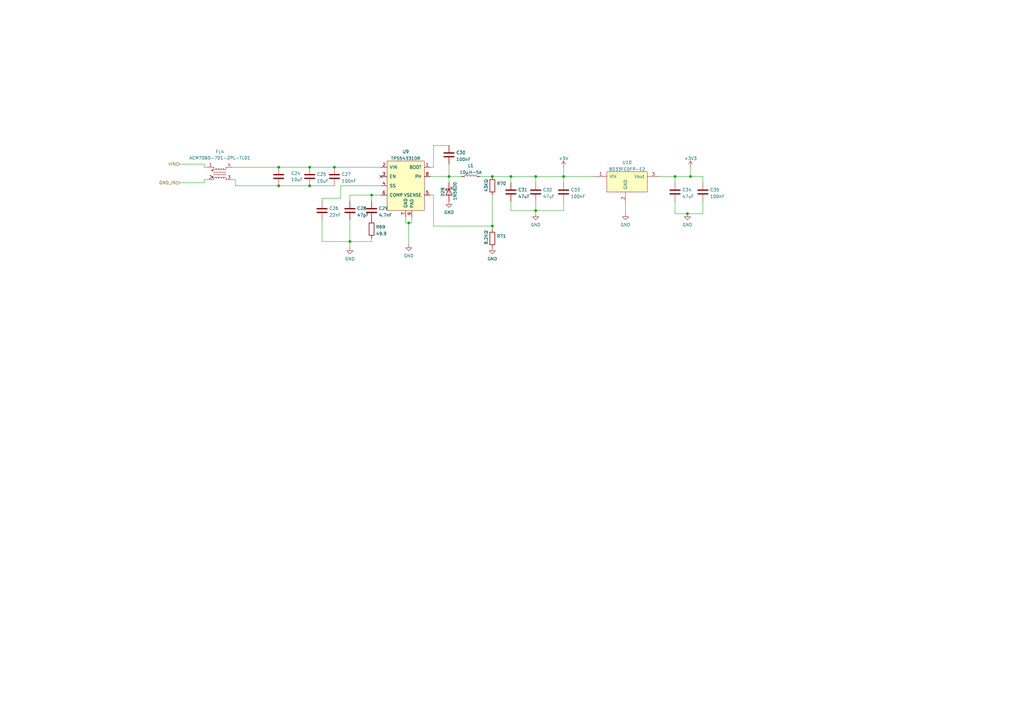
<source format=kicad_sch>
(kicad_sch (version 20231120) (generator "eeschema") (generator_version "8.0")
  (paper "A3")
  (lib_symbols
    (symbol "Capacitor_1206:10uF" (pin_numbers hide) (pin_names (offset 0.254))
      (property "Reference" "C" (at 0.635 2.54 0))
      (property "Value" "10uF" (at 0.635 -2.54 0))
      (symbol "10uF_0_1"
        (polyline (pts (xy -2.032 -0.762) (xy 2.032 -0.762)) (stroke (width 0.508)))
        (polyline (pts (xy -2.032 0.762) (xy 2.032 0.762)) (stroke (width 0.508)))
      )
      (symbol "10uF_1_1"
        (pin passive line (at 0 3.81 270) (length 2.794) (name "~") (number "1"))
        (pin passive line (at 0 -3.81 90) (length 2.794) (name "~") (number "2"))
      )
    )
    (symbol "Capacitor_1206:47uF" (pin_numbers hide) (pin_names (offset 0.254))
      (property "Reference" "C" (at 0.635 2.54 0))
      (property "Value" "47uF" (at 0.635 -2.54 0))
      (symbol "47uF_0_1"
        (polyline (pts (xy -2.032 -0.762) (xy 2.032 -0.762)) (stroke (width 0.508)))
        (polyline (pts (xy -2.032 0.762) (xy 2.032 0.762)) (stroke (width 0.508)))
      )
      (symbol "47uF_1_1"
        (pin passive line (at 0 3.81 270) (length 2.794) (name "~") (number "1"))
        (pin passive line (at 0 -3.81 90) (length 2.794) (name "~") (number "2"))
      )
    )
    (symbol "Capacitors_0603:100nF" (pin_numbers hide) (pin_names (offset 0.254))
      (property "Reference" "C" (at 0.635 2.54 0))
      (property "Value" "100nF" (at 0.635 -2.54 0))
      (symbol "100nF_0_1"
        (polyline (pts (xy -2.032 -0.762) (xy 2.032 -0.762)) (stroke (width 0.508)))
        (polyline (pts (xy -2.032 0.762) (xy 2.032 0.762)) (stroke (width 0.508)))
      )
      (symbol "100nF_1_1"
        (pin passive line (at 0 3.81 270) (length 2.794) (name "~") (number "1"))
        (pin passive line (at 0 -3.81 90) (length 2.794) (name "~") (number "2"))
      )
    )
    (symbol "Capacitors_0603:22nF" (pin_numbers hide) (pin_names (offset 0.254))
      (property "Reference" "C" (at 0.635 2.54 0))
      (property "Value" "22nF" (at 0.635 -2.54 0))
      (symbol "22nF_0_1"
        (polyline (pts (xy -2.032 -0.762) (xy 2.032 -0.762)) (stroke (width 0.508)))
        (polyline (pts (xy -2.032 0.762) (xy 2.032 0.762)) (stroke (width 0.508)))
      )
      (symbol "22nF_1_1"
        (pin passive line (at 0 3.81 270) (length 2.794) (name "~") (number "1"))
        (pin passive line (at 0 -3.81 90) (length 2.794) (name "~") (number "2"))
      )
    )
    (symbol "Capacitors_0603:4.7nF" (pin_numbers hide) (pin_names (offset 0.254))
      (property "Reference" "C" (at 0.635 2.54 0))
      (property "Value" "4.7nF" (at 0.635 -2.54 0))
      (symbol "4.7nF_0_1"
        (polyline (pts (xy -2.032 -0.762) (xy 2.032 -0.762)) (stroke (width 0.508)))
        (polyline (pts (xy -2.032 0.762) (xy 2.032 0.762)) (stroke (width 0.508)))
      )
      (symbol "4.7nF_1_1"
        (pin passive line (at 0 3.81 270) (length 2.794) (name "~") (number "1"))
        (pin passive line (at 0 -3.81 90) (length 2.794) (name "~") (number "2"))
      )
    )
    (symbol "Capacitors_0603:47pF" (pin_numbers hide) (pin_names (offset 0.254))
      (property "Reference" "C" (at 0.635 2.54 0))
      (property "Value" "47pF" (at 0.635 -2.54 0))
      (symbol "47pF_0_1"
        (polyline (pts (xy -2.032 -0.762) (xy 2.032 -0.762)) (stroke (width 0.508)))
        (polyline (pts (xy -2.032 0.762) (xy 2.032 0.762)) (stroke (width 0.508)))
      )
      (symbol "47pF_1_1"
        (pin passive line (at 0 3.81 270) (length 2.794) (name "~") (number "1"))
        (pin passive line (at 0 -3.81 90) (length 2.794) (name "~") (number "2"))
      )
    )
    (symbol "DCDC:BD33FC0FP-E2" (pin_names (offset 1.016))
      (property "Reference" "U" (at 12.7 10.16 0))
      (property "Value" "BD33FC0FP-E2" (at 5.08 10.16 0))
      (symbol "BD33FC0FP-E2_0_1"
        (rectangle (start 0 8.255) (end 16.51 0) (fill (type background)))
      )
      (symbol "BD33FC0FP-E2_1_1"
        (pin passive line (at -5.08 6.35 0) (length 5.08) (name "Vin") (number "1"))
        (pin passive line (at 7.62 -5.08 90) (length 5.08) (name "GND") (number "2"))
        (pin passive line (at 21.59 6.35 180) (length 5.08) (name "Vout") (number "3"))
      )
    )
    (symbol "DCDC:TPS54331DR" (pin_names (offset 1.016))
      (property "Reference" "U" (at -1.27 17.78 0))
      (property "Value" "TPS54331DR" (at 0 15.24 0))
      (symbol "TPS54331DR_0_1"
        (rectangle (start -7.62 12.7) (end 7.62 -7.62) (fill (type background)))
      )
      (symbol "TPS54331DR_1_1"
        (pin input line (at 10.16 10.16 180) (length 2.54) (name "BOOT") (number "1"))
        (pin input line (at -10.16 10.16 0) (length 2.54) (name "VIN") (number "2"))
        (pin input line (at -10.16 6.35 0) (length 2.54) (name "EN") (number "3"))
        (pin input line (at -10.16 2.54 0) (length 2.54) (name "SS") (number "4"))
        (pin input line (at 10.16 -1.27 180) (length 2.54) (name "VSENSE") (number "5"))
        (pin input line (at -10.16 -1.27 0) (length 2.54) (name "COMP") (number "6"))
        (pin input line (at 0 -10.16 90) (length 2.54) (name "GND") (number "7"))
        (pin input line (at 10.16 6.35 180) (length 2.54) (name "PH") (number "8"))
        (pin input line (at 2.54 -10.16 90) (length 2.54) (name "PAD") (number "9"))
      )
    )
    (symbol "Diodes:1N5820" (pin_numbers hide) (pin_names (offset 1.016) hide)
      (property "Reference" "D" (at 0 2.54 0))
      (property "Value" "1N5820" (at 0 -2.54 0))
      (symbol "1N5820_0_1"
        (polyline (pts (xy 1.27 0) (xy -1.27 0)))
        (polyline (pts (xy 1.27 1.27) (xy 1.27 -1.27) (xy -1.27 0) (xy 1.27 1.27)) (stroke (width 0.254)))
        (polyline (pts (xy -1.905 0.635) (xy -1.905 1.27) (xy -1.27 1.27) (xy -1.27 -1.27) (xy -0.635 -1.27) (xy -0.635 -0.635)) (stroke (width 0.254)))
      )
      (symbol "1N5820_1_1"
        (pin passive line (at -3.81 0 0) (length 2.54) (name "K") (number "1"))
        (pin passive line (at 3.81 0 180) (length 2.54) (name "A") (number "2"))
      )
    )
    (symbol "Inductors:10μH-5A" (pin_numbers hide) (pin_names (offset 1.016) hide)
      (property "Reference" "L" (at -1.27 0 90))
      (property "Value" "10μH-5A" (at 1.905 0 90))
      (symbol "10μH-5A_0_1"
        (arc (start 0 -2.54) (mid 0.6323 -1.905) (end 0 -1.27))
        (arc (start 0 -1.27) (mid 0.6323 -0.635) (end 0 0))
        (arc (start 0 0) (mid 0.6323 0.635) (end 0 1.27))
        (arc (start 0 1.27) (mid 0.6323 1.905) (end 0 2.54))
      )
      (symbol "10μH-5A_1_1"
        (pin passive line (at 0 3.81 270) (length 1.27) (name "1") (number "1"))
        (pin passive line (at 0 -3.81 90) (length 1.27) (name "2") (number "2"))
      )
    )
    (symbol "Inductors:ACM7060-701-2PL-TL01" (pin_names hide)
      (property "Reference" "FL" (at 5.08 -1.905 0))
      (property "Value" "ACM7060-701-2PL-TL01" (at 8.89 8.89 0))
      (symbol "ACM7060-701-2PL-TL01_0_1"
        (polyline (pts (xy 2.54 0.508) (xy 2.54 0)))
        (polyline (pts (xy 2.54 2.032) (xy 7.62 2.032)))
        (polyline (pts (xy 2.54 4.572) (xy 2.54 5.08)))
        (polyline (pts (xy 7.62 0) (xy 7.62 0.508)))
        (polyline (pts (xy 7.62 3.048) (xy 2.54 3.048)))
        (polyline (pts (xy 7.62 4.572) (xy 7.62 5.08)))
        (circle (center 2.032 1.016) (radius 0.254) (fill (type outline)))
        (circle (center 2.032 3.81) (radius 0.254) (fill (type outline)))
        (arc (start 2.54 4.572) (mid 3.048 4.0662) (end 3.556 4.572))
        (arc (start 3.556 0.508) (mid 3.048 1.0138) (end 2.54 0.508))
        (arc (start 3.556 4.572) (mid 4.064 4.0662) (end 4.572 4.572))
        (arc (start 4.572 0.508) (mid 4.064 1.0138) (end 3.556 0.508))
        (arc (start 4.572 4.572) (mid 5.08 4.0662) (end 5.588 4.572))
        (arc (start 5.588 0.508) (mid 5.08 1.0138) (end 4.572 0.508))
        (arc (start 5.588 4.572) (mid 6.096 4.0662) (end 6.604 4.572))
        (arc (start 6.604 0.508) (mid 6.096 1.0138) (end 5.588 0.508))
        (arc (start 6.604 4.572) (mid 7.112 4.0662) (end 7.62 4.572))
        (arc (start 7.62 0.508) (mid 7.112 1.0138) (end 6.604 0.508))
      )
      (symbol "ACM7060-701-2PL-TL01_1_1"
        (pin passive line (at 0 5.08 0) (length 2.54) (name "1") (number "1"))
        (pin passive line (at 0 0 0) (length 2.54) (name "2") (number "2"))
        (pin passive line (at 10.16 0 180) (length 2.54) (name "3") (number "3"))
        (pin passive line (at 10.16 5.08 180) (length 2.54) (name "4") (number "4"))
      )
    )
    (symbol "Resistor_0603:43KΩ" (pin_numbers hide) (pin_names (offset 0))
      (property "Reference" "R" (at 3.81 1.27 0))
      (property "Value" "43KΩ" (at 3.81 -1.27 0))
      (symbol "43KΩ_0_1"
        (rectangle (start -1.016 -2.54) (end 1.016 2.54) (stroke (width 0.254)))
      )
      (symbol "43KΩ_1_1"
        (pin passive line (at 0 3.81 270) (length 1.27) (name "~") (number "1"))
        (pin passive line (at 0 -3.81 90) (length 1.27) (name "~") (number "2"))
      )
    )
    (symbol "Resistor_0603:49.9" (pin_numbers hide) (pin_names (offset 0))
      (property "Reference" "R" (at 3.81 1.27 0))
      (property "Value" "49.9" (at 3.81 -1.27 0))
      (symbol "49.9_0_1"
        (rectangle (start -1.016 -2.54) (end 1.016 2.54) (stroke (width 0.254)))
      )
      (symbol "49.9_1_1"
        (pin passive line (at 0 3.81 270) (length 1.27) (name "~") (number "1"))
        (pin passive line (at 0 -3.81 90) (length 1.27) (name "~") (number "2"))
      )
    )
    (symbol "Resistor_0603:8.2KΩ" (pin_numbers hide) (pin_names (offset 0))
      (property "Reference" "R" (at 3.81 1.27 0))
      (property "Value" "8.2KΩ" (at 5.08 -1.27 0))
      (symbol "8.2KΩ_0_1"
        (rectangle (start -1.016 -2.54) (end 1.016 2.54) (stroke (width 0.254)))
      )
      (symbol "8.2KΩ_1_1"
        (pin passive line (at 0 3.81 270) (length 1.27) (name "~") (number "1"))
        (pin passive line (at 0 -3.81 90) (length 1.27) (name "~") (number "2"))
      )
    )
    (symbol "power:+3V3" (power) (pin_names (offset 0))
      (property "Value" "+3V3" (at 0 3.556 0))
      (symbol "+3V3_0_1"
        (polyline (pts (xy -0.762 1.27) (xy 0 2.54)))
        (polyline (pts (xy 0 0) (xy 0 2.54)))
        (polyline (pts (xy 0 2.54) (xy 0.762 1.27)))
      )
      (symbol "+3V3_1_1"
        (pin power_in line (at 0 0 90) (length 0) hide (name "+3V3") (number "1"))
      )
    )
    (symbol "power:+5V" (power) (pin_names (offset 0))
      (property "Value" "+5V" (at 0 3.556 0))
      (symbol "+5V_0_1"
        (polyline (pts (xy -0.762 1.27) (xy 0 2.54)))
        (polyline (pts (xy 0 0) (xy 0 2.54)))
        (polyline (pts (xy 0 2.54) (xy 0.762 1.27)))
      )
      (symbol "+5V_1_1"
        (pin power_in line (at 0 0 90) (length 0) hide (name "+5V") (number "1"))
      )
    )
    (symbol "power:GND" (power) (pin_names (offset 0))
      (property "Value" "GND" (at 0 -3.81 0))
      (symbol "GND_0_1"
        (polyline (pts (xy 0 0) (xy 0 -1.27) (xy 1.27 -1.27) (xy 0 -2.54) (xy -1.27 -1.27) (xy 0 -1.27)))
      )
      (symbol "GND_1_1"
        (pin power_in line (at 0 0 270) (length 0) hide (name "GND") (number "1"))
      )
    )
  )
  (junction (at 152.4 80.01))
  (junction (at 137.16 68.58))
  (junction (at 184.15 72.39))
  (junction (at 201.93 72.39))
  (junction (at 127 68.58))
  (junction (at 201.93 92.71))
  (junction (at 209.55 72.39))
  (junction (at 167.64 91.44))
  (junction (at 114.3 68.58))
  (junction (at 231.14 72.39))
  (junction (at 219.71 72.39))
  (junction (at 114.3 76.2))
  (junction (at 281.94 87.63))
  (junction (at 143.51 99.06))
  (junction (at 276.86 72.39))
  (junction (at 127 76.2))
  (junction (at 219.71 86.36))
  (junction (at 283.21 72.39))
  (no_connect (at 156.21 72.39))
  (wire (pts (xy 209.55 82.55) (xy 209.55 86.36)))
  (wire (pts (xy 201.93 92.71) (xy 201.93 93.98)))
  (wire (pts (xy 166.37 91.44) (xy 167.64 91.44)))
  (wire (pts (xy 85.09 73.66) (xy 83.82 73.66)))
  (wire (pts (xy 83.82 67.31) (xy 83.82 68.58)))
  (wire (pts (xy 127 76.2) (xy 137.16 76.2)))
  (wire (pts (xy 176.53 80.01) (xy 177.8 80.01)))
  (wire (pts (xy 231.14 72.39) (xy 243.84 72.39)))
  (wire (pts (xy 219.71 86.36) (xy 231.14 86.36)))
  (wire (pts (xy 152.4 97.79) (xy 152.4 99.06)))
  (wire (pts (xy 184.15 72.39) (xy 189.23 72.39)))
  (wire (pts (xy 283.21 72.39) (xy 288.29 72.39)))
  (wire (pts (xy 276.86 72.39) (xy 276.86 74.93)))
  (wire (pts (xy 143.51 99.06) (xy 132.08 99.06)))
  (wire (pts (xy 209.55 72.39) (xy 209.55 74.93)))
  (wire (pts (xy 281.94 87.63) (xy 276.86 87.63)))
  (wire (pts (xy 139.7 81.28) (xy 132.08 81.28)))
  (wire (pts (xy 196.85 72.39) (xy 201.93 72.39)))
  (wire (pts (xy 177.8 92.71) (xy 201.93 92.71)))
  (wire (pts (xy 276.86 82.55) (xy 276.86 87.63)))
  (wire (pts (xy 143.51 90.17) (xy 143.51 99.06)))
  (wire (pts (xy 209.55 86.36) (xy 219.71 86.36)))
  (wire (pts (xy 143.51 80.01) (xy 152.4 80.01)))
  (wire (pts (xy 114.3 76.2) (xy 127 76.2)))
  (wire (pts (xy 83.82 73.66) (xy 83.82 74.93)))
  (wire (pts (xy 231.14 68.58) (xy 231.14 72.39)))
  (wire (pts (xy 276.86 72.39) (xy 283.21 72.39)))
  (wire (pts (xy 95.25 73.66) (xy 96.52 73.66)))
  (wire (pts (xy 96.52 76.2) (xy 96.52 73.66)))
  (wire (pts (xy 201.93 80.01) (xy 201.93 92.71)))
  (wire (pts (xy 167.64 100.33) (xy 167.64 91.44)))
  (wire (pts (xy 176.53 68.58) (xy 177.8 68.58)))
  (wire (pts (xy 85.09 68.58) (xy 83.82 68.58)))
  (wire (pts (xy 95.25 68.58) (xy 114.3 68.58)))
  (wire (pts (xy 231.14 72.39) (xy 231.14 74.93)))
  (wire (pts (xy 177.8 59.69) (xy 184.15 59.69)))
  (wire (pts (xy 73.66 74.93) (xy 83.82 74.93)))
  (wire (pts (xy 152.4 80.01) (xy 156.21 80.01)))
  (wire (pts (xy 219.71 72.39) (xy 219.71 74.93)))
  (wire (pts (xy 156.21 76.2) (xy 139.7 76.2)))
  (wire (pts (xy 219.71 82.55) (xy 219.71 86.36)))
  (wire (pts (xy 176.53 72.39) (xy 184.15 72.39)))
  (wire (pts (xy 209.55 72.39) (xy 219.71 72.39)))
  (wire (pts (xy 283.21 68.58) (xy 283.21 72.39)))
  (wire (pts (xy 270.51 72.39) (xy 276.86 72.39)))
  (wire (pts (xy 143.51 82.55) (xy 143.51 80.01)))
  (wire (pts (xy 288.29 72.39) (xy 288.29 74.93)))
  (wire (pts (xy 114.3 68.58) (xy 127 68.58)))
  (wire (pts (xy 152.4 80.01) (xy 152.4 82.55)))
  (wire (pts (xy 137.16 68.58) (xy 156.21 68.58)))
  (wire (pts (xy 168.91 88.9) (xy 168.91 91.44)))
  (wire (pts (xy 177.8 68.58) (xy 177.8 59.69)))
  (wire (pts (xy 132.08 99.06) (xy 132.08 90.17)))
  (wire (pts (xy 143.51 101.6) (xy 143.51 99.06)))
  (wire (pts (xy 288.29 87.63) (xy 281.94 87.63)))
  (wire (pts (xy 209.55 72.39) (xy 201.93 72.39)))
  (wire (pts (xy 288.29 82.55) (xy 288.29 87.63)))
  (wire (pts (xy 96.52 76.2) (xy 114.3 76.2)))
  (wire (pts (xy 256.54 83.82) (xy 256.54 87.63)))
  (wire (pts (xy 184.15 72.39) (xy 184.15 67.31)))
  (wire (pts (xy 231.14 86.36) (xy 231.14 82.55)))
  (wire (pts (xy 219.71 86.36) (xy 219.71 87.63)))
  (wire (pts (xy 166.37 88.9) (xy 166.37 91.44)))
  (wire (pts (xy 127 68.58) (xy 137.16 68.58)))
  (wire (pts (xy 143.51 99.06) (xy 152.4 99.06)))
  (wire (pts (xy 139.7 76.2) (xy 139.7 81.28)))
  (wire (pts (xy 73.66 67.31) (xy 83.82 67.31)))
  (wire (pts (xy 184.15 72.39) (xy 184.15 74.93)))
  (wire (pts (xy 177.8 80.01) (xy 177.8 92.71)))
  (wire (pts (xy 219.71 72.39) (xy 231.14 72.39)))
  (wire (pts (xy 132.08 81.28) (xy 132.08 82.55)))
  (wire (pts (xy 167.64 91.44) (xy 168.91 91.44)))
  (hierarchical_label "GND_IN" (shape input) (at 73.66 74.93 180))
  (hierarchical_label "VIN" (shape input) (at 73.66 67.31 180))
  (symbol (lib_id "Resistor_0603:43KΩ") (at 201.93 76.2 0) (unit 1)
    (property "Reference" "R70" (at 203.708 75.2915 0) (effects (justify left)))
    (property "Value" "43KΩ" (at 199.39 78.74 90) (effects (justify left)))
    (property "Footprint" "Resistor_SMD:R_0603_1608Metric" (effects (hide yes)))
    (property "Datasheet" "https://www.yageo.com/upload/media/product/productsearch/datasheet/rchip/PYu-RC_Group_51_RoHS_L_11.pdf" (effects (hide yes)))
    (property "Description" "43 kOhms ±1% 0.1W, 1/10W Chip Resistor 0603 (1608 Metric) Moisture Resistant Thick Film" (effects (hide yes)))
    (property "Manufacturer" "Yageo" (effects (hide yes)))
    (property "MPN" "RC0603FR-0743KL" (effects (hide yes)))
    (property "Supplier" "Digikey" (effects (hide yes)))
    (property "Supplier Nr." "311-43.0KHRCT-ND" (effects (hide yes)))
    (property "Power" "100mW" (effects (hide yes)))
    (property "Tolerance" "1%" (effects (hide yes)))
    (property "Price" "0.09" (effects (hide yes)))
  )
  (symbol (lib_id "power:+3V3") (at 283.21 68.58 0) (unit 1)
    (property "Reference" "#PWR075" (effects (hide yes)))
    (property "Value" "+3V3" (at 283.21 64.9755 0))
  )
  (symbol (lib_id "Capacitors_0603:100nF") (at 288.29 78.74 0) (unit 1)
    (property "Reference" "C35" (at 291.211 77.8315 0) (effects (justify left)))
    (property "Value" "100nF" (at 291.211 80.6066 0) (effects (justify left)))
    (property "Footprint" "Capacitor_SMD:C_0603_1608Metric" (effects (hide yes)))
    (property "Datasheet" "https://media.digikey.com/pdf/Data%20Sheets/Samsung%20PDFs/CL_Series_MLCC_ds.pdf" (effects (hide yes)))
    (property "Description" "0.1µF ±10% 50V Ceramic Capacitor X7R 0603 (1608 Metric)" (effects (hide yes)))
    (property "Manufacturer" "Samsung Electro-Mechanics" (effects (hide yes)))
    (property "MPN" "CL10B104KB8NNNC" (effects (hide yes)))
    (property "Supplier" "Digikey" (effects (hide yes)))
    (property "Supplier Nr." "1276-1000-1-ND" (effects (hide yes)))
    (property "Tolerance" "10%" (effects (hide yes)))
    (property "Voltage" "50V" (effects (hide yes)))
    (property "Dielectric" "X7R" (effects (hide yes)))
    (property "Price" "0.09" (effects (hide yes)))
  )
  (symbol (lib_id "Capacitors_0603:100nF") (at 231.14 78.74 0) (unit 1)
    (property "Reference" "C33" (at 234.061 77.8315 0) (effects (justify left)))
    (property "Value" "100nF" (at 234.061 80.6066 0) (effects (justify left)))
    (property "Footprint" "Capacitor_SMD:C_0603_1608Metric" (effects (hide yes)))
    (property "Datasheet" "https://media.digikey.com/pdf/Data%20Sheets/Samsung%20PDFs/CL_Series_MLCC_ds.pdf" (effects (hide yes)))
    (property "Description" "0.1µF ±10% 50V Ceramic Capacitor X7R 0603 (1608 Metric)" (effects (hide yes)))
    (property "Manufacturer" "Samsung Electro-Mechanics" (effects (hide yes)))
    (property "MPN" "CL10B104KB8NNNC" (effects (hide yes)))
    (property "Supplier" "Digikey" (effects (hide yes)))
    (property "Supplier Nr." "1276-1000-1-ND" (effects (hide yes)))
    (property "Tolerance" "10%" (effects (hide yes)))
    (property "Voltage" "50V" (effects (hide yes)))
    (property "Dielectric" "X7R" (effects (hide yes)))
    (property "Price" "0.09" (effects (hide yes)))
  )
  (symbol (lib_id "Capacitor_1206:47uF") (at 209.55 78.74 0) (unit 1)
    (property "Reference" "C31" (at 212.471 77.8315 0) (effects (justify left)))
    (property "Value" "47uF" (at 212.471 80.6066 0) (effects (justify left)))
    (property "Footprint" "Capacitor_SMD:C_1206_3216Metric" (effects (hide yes)))
    (property "Datasheet" "https://www.mouser.be/datasheet/2/281/1/GRT31CR61A476KE13_01-1989683.pdf" (effects (hide yes)))
    (property "Description" "Multilayer Ceramic Capacitors MLCC - SMD/SMT 47uF+/-10% 10V X7R 1206" (effects (hide yes)))
    (property "Manufacturer" "Murata Electronics" (effects (hide yes)))
    (property "MPN" "GRT31CR61A476KE13L" (effects (hide yes)))
    (property "Supplier" "Mouser" (effects (hide yes)))
    (property "Supplier Nr." "81-GRT31CR61A476KE3L" (effects (hide yes)))
    (property "Tolerance" "10%" (effects (hide yes)))
    (property "Voltage" "10V" (effects (hide yes)))
    (property "Dielectric" "X7R" (effects (hide yes)))
  )
  (symbol (lib_id "Inductors:10μH-5A") (at 193.04 72.39 90) (unit 1)
    (property "Reference" "L1" (at 193.04 67.9155 90))
    (property "Value" "10μH-5A" (at 193.04 70.6906 90))
    (property "Footprint" "Inductors:Inductor_Wurth_XHMI-6060" (effects (hide yes)))
    (property "Datasheet" "https://www.we-online.com/catalog/datasheet/74439346100.pdf" (effects (hide yes)))
    (property "Manufacturer" "Wurth Elektronik" (effects (hide yes)))
    (property "MPN" "74439346100" (effects (hide yes)))
    (property "Supplier" "Mouser" (effects (hide yes)))
    (property "Supplier Part Number" "710-74439346100" (effects (hide yes)))
  )
  (symbol (lib_id "power:GND") (at 256.54 87.63 0) (unit 1)
    (property "Reference" "#PWR073" (effects (hide yes)))
    (property "Value" "GND" (at 256.54 92.1925 0))
  )
  (symbol (lib_id "power:GND") (at 201.93 101.6 0) (unit 1)
    (property "Reference" "#PWR070" (effects (hide yes)))
    (property "Value" "GND" (at 201.93 106.1625 0))
  )
  (symbol (lib_id "power:GND") (at 281.94 87.63 0) (unit 1)
    (property "Reference" "#PWR074" (effects (hide yes)))
    (property "Value" "GND" (at 281.94 92.1925 0))
  )
  (symbol (lib_id "Resistor_0603:8.2KΩ") (at 201.93 97.79 0) (unit 1)
    (property "Reference" "R71" (at 203.708 96.8815 0) (effects (justify left)))
    (property "Value" "8.2KΩ" (at 199.39 100.33 90) (effects (justify left)))
    (property "Footprint" "Resistor_SMD:R_0603_1608Metric" (effects (hide yes)))
    (property "Datasheet" "https://www.mouser.be/datasheet/2/315/AOA0000C304-1149620.pdf" (effects (hide yes)))
    (property "Description" "Thick Film Resistors - SMD 0603 47Kohm 1% Anti-Sulfur AEC-Q200" (effects (hide yes)))
    (property "Manufacturer" "Panasonic" (effects (hide yes)))
    (property "MPN" "ERJ-3EKF8201V" (effects (hide yes)))
    (property "Supplier" "Mouser" (effects (hide yes)))
    (property "Supplier Nr." "667-ERJ-3EKF8201V" (effects (hide yes)))
    (property "Power" "100mW" (effects (hide yes)))
    (property "Tolerance" "1%" (effects (hide yes)))
    (property "Price" "0.05" (effects (hide yes)))
  )
  (symbol (lib_id "Capacitor_1206:10uF") (at 114.3 72.39 0) (unit 1)
    (property "Reference" "C24" (at 119.38 71.12 0) (effects (justify left)))
    (property "Value" "10uF" (at 119.38 73.66 0) (effects (justify left)))
    (property "Footprint" "Capacitor_SMD:C_1206_3216Metric" (effects (hide yes)))
    (property "Datasheet" "https://www.mouser.be/datasheet/2/281/GRT31CR61H106ME01-01-1065064.pdf" (effects (hide yes)))
    (property "Description" "Multilayer Ceramic Capacitors MLCC - SMD/SMT 10uF+/-20% 50V X5R 1206" (effects (hide yes)))
    (property "Manufacturer" "Murata Electronics" (effects (hide yes)))
    (property "MPN" "GRT31CR61H106ME01L" (effects (hide yes)))
    (property "Supplier" "Mouser" (effects (hide yes)))
    (property "Supplier Nr." "81-GRT31CR61H106ME1L" (effects (hide yes)))
    (property "Tolerance" "20%" (effects (hide yes)))
    (property "Voltage" "50V" (effects (hide yes)))
  )
  (symbol (lib_id "power:GND") (at 167.64 100.33 0) (unit 1)
    (property "Reference" "#PWR060" (effects (hide yes)))
    (property "Value" "GND" (at 167.64 104.8925 0))
  )
  (symbol (lib_id "Capacitors_0603:47pF") (at 143.51 86.36 0) (unit 1)
    (property "Reference" "C28" (at 146.431 85.4515 0) (effects (justify left)))
    (property "Value" "47pF" (at 146.431 88.2266 0) (effects (justify left)))
    (property "Footprint" "Capacitor_SMD:C_0603_1608Metric" (effects (hide yes)))
    (property "Datasheet" "https://www.mouser.be/datasheet/2/445/885012006055-1727324.pdf" (effects (hide yes)))
    (property "Description" "Multilayer Ceramic Capacitors MLCC - SMD/SMT WCAP-CSGP 47pF 0603 5% 50V MLCC" (effects (hide yes)))
    (property "Manufacturer" "Wurth Elektronik" (effects (hide yes)))
    (property "MPN" "885012006055" (effects (hide yes)))
    (property "Supplier" "Mouser" (effects (hide yes)))
    (property "Supplier Nr." "710-885012006055" (effects (hide yes)))
    (property "Tolerance" "10%" (effects (hide yes)))
    (property "Voltage" "50V" (effects (hide yes)))
    (property "Dielectric" "C0G" (effects (hide yes)))
    (property "Price" "0.023" (effects (hide yes)))
  )
  (symbol (lib_id "Inductors:ACM7060-701-2PL-TL01") (at 85.09 73.66 0) (unit 1)
    (property "Reference" "FL4" (at 90.17 62.23 0))
    (property "Value" "ACM7060-701-2PL-TL01" (at 90.17 64.77 0))
    (property "Footprint" "Inductors:ChokeSMD_ACM7060" (effects (hide yes)))
    (property "Datasheet" "https://product.tdk.com/system/files/dam/doc/product/emc/emc/cmf_cmc/catalog/cmf_commercial_power_acm7060_en.pdf" (effects (hide yes)))
    (property "Description" "Common Mode Chokes / Filters 700ohms 100MHz 50volts" (effects (hide yes)))
    (property "Manufacturer" "TDK" (effects (hide yes)))
    (property "MPN" "ACM7060-701-2PL-TL01" (effects (hide yes)))
    (property "Supplier" "Mouser" (effects (hide yes)))
    (property "Supplier Nr." "810-ACM70607012PLTL1" (effects (hide yes)))
  )
  (symbol (lib_id "Capacitors_0603:4.7nF") (at 152.4 86.36 0) (unit 1)
    (property "Reference" "C29" (at 155.321 85.4515 0) (effects (justify left)))
    (property "Value" "4.7nF" (at 155.321 88.2266 0) (effects (justify left)))
    (property "Footprint" "Capacitor_SMD:C_0603_1608Metric" (effects (hide yes)))
    (property "Datasheet" "http://weblib.samsungsem.com/mlcc/mlcc-ec-data-sheet.do?partNumber=CL10B472KB8NNN" (effects (hide yes)))
    (property "Description" "4700pF ±10% 50V Ceramic Capacitor X7R 0603 (1608 Metric)" (effects (hide yes)))
    (property "Manufacturer" "Samsung Electro-Mechanics" (effects (hide yes)))
    (property "MPN" "CL10B472KB8NNNC" (effects (hide yes)))
    (property "Supplier" "Digikey" (effects (hide yes)))
    (property "Supplier Nr." "1276-1098-1-ND" (effects (hide yes)))
    (property "Tolerance" "10%" (effects (hide yes)))
    (property "Voltage" "50V" (effects (hide yes)))
    (property "Dielectric" "X7R" (effects (hide yes)))
    (property "Price" "0.09" (effects (hide yes)))
  )
  (symbol (lib_id "Capacitors_0603:22nF") (at 132.08 86.36 0) (unit 1)
    (property "Reference" "C26" (at 135.001 85.4515 0) (effects (justify left)))
    (property "Value" "22nF" (at 135.001 88.2266 0) (effects (justify left)))
    (property "Footprint" "Capacitor_SMD:C_0603_1608Metric" (effects (hide yes)))
    (property "Datasheet" "https://media.digikey.com/pdf/Data%20Sheets/Samsung%20PDFs/CL_Series_MLCC_ds.pdf" (effects (hide yes)))
    (property "Description" "0.022µF ±10% 50V Ceramic Capacitor X7R 0603 (1608 Metric)" (effects (hide yes)))
    (property "Manufacturer" "Samsung Electro-Mechanics" (effects (hide yes)))
    (property "MPN" "CL10B223KB8WPNC" (effects (hide yes)))
    (property "Supplier" "Digikey" (effects (hide yes)))
    (property "Supplier Nr." "1276-6534-1-ND" (effects (hide yes)))
    (property "Tolerance" "10%" (effects (hide yes)))
    (property "Voltage" "50V" (effects (hide yes)))
    (property "Dielectric" "X7R" (effects (hide yes)))
    (property "Price" "0.09" (effects (hide yes)))
  )
  (symbol (lib_id "power:GND") (at 219.71 87.63 0) (unit 1)
    (property "Reference" "#PWR071" (effects (hide yes)))
    (property "Value" "GND" (at 219.71 92.1925 0))
  )
  (symbol (lib_id "Capacitor_1206:47uF") (at 276.86 78.74 0) (unit 1)
    (property "Reference" "C34" (at 279.781 77.8315 0) (effects (justify left)))
    (property "Value" "47uF" (at 279.781 80.6066 0) (effects (justify left)))
    (property "Footprint" "Capacitor_SMD:C_1206_3216Metric" (effects (hide yes)))
    (property "Datasheet" "https://www.mouser.be/datasheet/2/281/1/GRT31CR61A476KE13_01-1989683.pdf" (effects (hide yes)))
    (property "Description" "Multilayer Ceramic Capacitors MLCC - SMD/SMT 47uF+/-10% 10V X7R 1206" (effects (hide yes)))
    (property "Manufacturer" "Murata Electronics" (effects (hide yes)))
    (property "MPN" "GRT31CR61A476KE13L" (effects (hide yes)))
    (property "Supplier" "Mouser" (effects (hide yes)))
    (property "Supplier Nr." "81-GRT31CR61A476KE3L" (effects (hide yes)))
    (property "Tolerance" "10%" (effects (hide yes)))
    (property "Voltage" "10V" (effects (hide yes)))
    (property "Dielectric" "X7R" (effects (hide yes)))
  )
  (symbol (lib_id "DCDC:TPS54331DR") (at 166.37 78.74 0) (unit 1)
    (property "Reference" "U9" (at 166.37 62.2005 0))
    (property "Value" "TPS54331DR" (at 166.37 64.9756 0))
    (property "Footprint" "Package_SO:SOIC-8-1EP_3.9x4.9mm_P1.27mm_EP2.29x3mm_ThermalVias" (effects (hide yes)))
    (property "Datasheet" "http://www.ti.com/general/docs/suppproductinfo.tsp?distId=26&gotoUrl=http%3A%2F%2Fwww.ti.com%2Flit%2Fgpn%2Ftps54331" (effects (hide yes)))
    (property "Manufacturer" "Texas Instruments" (effects (hide yes)))
    (property "MPN" "TPS54331DR" (effects (hide yes)))
    (property "Supplier" "Mouser" (effects (hide yes)))
    (property "Supplier Part Number" "595-TPS54331DR" (effects (hide yes)))
    (property "Price" "1.41" (effects (hide yes)))
  )
  (symbol (lib_id "Resistor_0603:49.9") (at 152.4 93.98 0) (unit 1)
    (property "Reference" "R69" (at 154.178 93.0715 0) (effects (justify left)))
    (property "Value" "49.9" (at 154.178 95.8466 0) (effects (justify left)))
    (property "Footprint" "Resistor_SMD:R_0603_1608Metric" (effects (hide yes)))
    (property "Datasheet" "https://www.mouser.be/datasheet/2/427/VISH_S_A0011410627_1-2571984.pdf" (effects (hide yes)))
    (property "Description" "33 kOhms ±1% 0.1W, 1/10W Chip Resistor 0603 (1608 Metric) Moisture Resistant Thick Film" (effects (hide yes)))
    (property "Manufacturer" "Vishay" (effects (hide yes)))
    (property "MPN" "TNPW020149R9BEED" (effects (hide yes)))
    (property "Supplier" "Mouser" (effects (hide yes)))
    (property "Supplier Nr." "71-TNPW020149R9BEED" (effects (hide yes)))
    (property "Power" "75mW" (effects (hide yes)))
    (property "Tolerance" "1%" (effects (hide yes)))
    (property "Price" "0.09" (effects (hide yes)))
  )
  (symbol (lib_id "Capacitor_1206:10uF") (at 127 72.39 0) (unit 1)
    (property "Reference" "C25" (at 129.921 71.4815 0) (effects (justify left)))
    (property "Value" "10uF" (at 129.921 74.2566 0) (effects (justify left)))
    (property "Footprint" "Capacitor_SMD:C_1206_3216Metric" (effects (hide yes)))
    (property "Datasheet" "https://www.mouser.be/datasheet/2/281/GRT31CR61H106ME01-01-1065064.pdf" (effects (hide yes)))
    (property "Description" "Multilayer Ceramic Capacitors MLCC - SMD/SMT 10uF+/-20% 50V X5R 1206" (effects (hide yes)))
    (property "Manufacturer" "Murata Electronics" (effects (hide yes)))
    (property "MPN" "GRT31CR61H106ME01L" (effects (hide yes)))
    (property "Supplier" "Mouser" (effects (hide yes)))
    (property "Supplier Nr." "81-GRT31CR61H106ME1L" (effects (hide yes)))
    (property "Tolerance" "20%" (effects (hide yes)))
    (property "Voltage" "50V" (effects (hide yes)))
  )
  (symbol (lib_id "DCDC:BD33FC0FP-E2") (at 248.92 78.74 0) (unit 1)
    (property "Reference" "U10" (at 257.175 66.6455 0))
    (property "Value" "BD33FC0FP-E2" (at 257.175 69.4206 0))
    (property "Footprint" "IC:TO-252-2" (effects (hide yes)))
    (property "Datasheet" "https://www.mouser.be/datasheet/2/348/bdxxfc0wefj-e-1874088.pdf" (effects (hide yes)))
    (property "Manufacturer" "Onsemi" (effects (hide yes)))
    (property "MPN" "BD33FC0FP-E2" (effects (hide yes)))
    (property "Supplier" "Mouser" (effects (hide yes)))
    (property "Supplier Nr." "755-BD33FC0FP-E2" (effects (hide yes)))
  )
  (symbol (lib_id "Diodes:1N5820") (at 184.15 78.74 270) (unit 1)
    (property "Reference" "D28" (at 181.61 78.74 0))
    (property "Value" "1N5820" (at 186.6114 78.4225 0))
    (property "Footprint" "Diode_THT:D_DO-201AD_P15.24mm_Horizontal" (effects (hide yes)))
  )
  (symbol (lib_id "Capacitors_0603:100nF") (at 184.15 63.5 0) (unit 1)
    (property "Reference" "C30" (at 187.071 62.5915 0) (effects (justify left)))
    (property "Value" "100nF" (at 187.071 65.3666 0) (effects (justify left)))
    (property "Footprint" "Capacitor_SMD:C_0603_1608Metric" (effects (hide yes)))
    (property "Datasheet" "https://media.digikey.com/pdf/Data%20Sheets/Samsung%20PDFs/CL_Series_MLCC_ds.pdf" (effects (hide yes)))
    (property "Description" "0.1µF ±10% 50V Ceramic Capacitor X7R 0603 (1608 Metric)" (effects (hide yes)))
    (property "Manufacturer" "Samsung Electro-Mechanics" (effects (hide yes)))
    (property "MPN" "CL10B104KB8NNNC" (effects (hide yes)))
    (property "Supplier" "Digikey" (effects (hide yes)))
    (property "Supplier Nr." "1276-1000-1-ND" (effects (hide yes)))
    (property "Tolerance" "10%" (effects (hide yes)))
    (property "Voltage" "50V" (effects (hide yes)))
    (property "Dielectric" "X7R" (effects (hide yes)))
    (property "Price" "0.09" (effects (hide yes)))
  )
  (symbol (lib_id "Capacitor_1206:47uF") (at 219.71 78.74 0) (unit 1)
    (property "Reference" "C32" (at 222.631 77.8315 0) (effects (justify left)))
    (property "Value" "47uF" (at 222.631 80.6066 0) (effects (justify left)))
    (property "Footprint" "Capacitor_SMD:C_1206_3216Metric" (effects (hide yes)))
    (property "Datasheet" "https://www.mouser.be/datasheet/2/281/1/GRT31CR61A476KE13_01-1989683.pdf" (effects (hide yes)))
    (property "Description" "Multilayer Ceramic Capacitors MLCC - SMD/SMT 47uF+/-10% 10V X7R 1206" (effects (hide yes)))
    (property "Manufacturer" "Murata Electronics" (effects (hide yes)))
    (property "MPN" "GRT31CR61A476KE13L" (effects (hide yes)))
    (property "Supplier" "Mouser" (effects (hide yes)))
    (property "Supplier Nr." "81-GRT31CR61A476KE3L" (effects (hide yes)))
    (property "Tolerance" "10%" (effects (hide yes)))
    (property "Voltage" "10V" (effects (hide yes)))
    (property "Dielectric" "X7R" (effects (hide yes)))
  )
  (symbol (lib_id "Capacitors_0603:100nF") (at 137.16 72.39 0) (unit 1)
    (property "Reference" "C27" (at 140.081 71.4815 0) (effects (justify left)))
    (property "Value" "100nF" (at 140.081 74.2566 0) (effects (justify left)))
    (property "Footprint" "Capacitor_SMD:C_0603_1608Metric" (effects (hide yes)))
    (property "Datasheet" "https://media.digikey.com/pdf/Data%20Sheets/Samsung%20PDFs/CL_Series_MLCC_ds.pdf" (effects (hide yes)))
    (property "Description" "0.1µF ±10% 50V Ceramic Capacitor X7R 0603 (1608 Metric)" (effects (hide yes)))
    (property "Manufacturer" "Samsung Electro-Mechanics" (effects (hide yes)))
    (property "MPN" "CL10B104KB8NNNC" (effects (hide yes)))
    (property "Supplier" "Digikey" (effects (hide yes)))
    (property "Supplier Nr." "1276-1000-1-ND" (effects (hide yes)))
    (property "Tolerance" "10%" (effects (hide yes)))
    (property "Voltage" "50V" (effects (hide yes)))
    (property "Dielectric" "X7R" (effects (hide yes)))
    (property "Price" "0.09" (effects (hide yes)))
  )
  (symbol (lib_id "power:+5V") (at 231.14 68.58 0) (unit 1)
    (property "Reference" "#PWR072" (effects (hide yes)))
    (property "Value" "+5V" (at 231.14 64.9755 0))
  )
  (symbol (lib_id "power:GND") (at 184.15 82.55 0) (unit 1)
    (property "Reference" "#PWR061" (effects (hide yes)))
    (property "Value" "GND" (at 184.15 87.1125 0))
  )
  (symbol (lib_id "power:GND") (at 143.51 101.6 0) (unit 1)
    (property "Reference" "#PWR059" (effects (hide yes)))
    (property "Value" "GND" (at 143.51 106.1625 0))
  )
)
</source>
